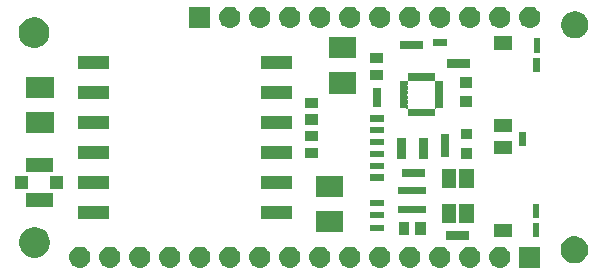
<source format=gbr>
G04 #@! TF.GenerationSoftware,KiCad,Pcbnew,(5.1.4)-1*
G04 #@! TF.CreationDate,2019-11-20T19:39:55+01:00*
G04 #@! TF.ProjectId,Open_Telemetry_digitalSensorShield,4f70656e-5f54-4656-9c65-6d657472795f,P1A_02 - Prototype manuf.*
G04 #@! TF.SameCoordinates,Original*
G04 #@! TF.FileFunction,Soldermask,Top*
G04 #@! TF.FilePolarity,Negative*
%FSLAX46Y46*%
G04 Gerber Fmt 4.6, Leading zero omitted, Abs format (unit mm)*
G04 Created by KiCad (PCBNEW (5.1.4)-1) date 2019-11-20 19:39:55*
%MOMM*%
%LPD*%
G04 APERTURE LIST*
%ADD10C,0.100000*%
G04 APERTURE END LIST*
D10*
G36*
X248395443Y-152648519D02*
G01*
X248461627Y-152655037D01*
X248631466Y-152706557D01*
X248787991Y-152790222D01*
X248790273Y-152792095D01*
X248925186Y-152902814D01*
X249008448Y-153004271D01*
X249037778Y-153040009D01*
X249121443Y-153196534D01*
X249172963Y-153366373D01*
X249190359Y-153543000D01*
X249172963Y-153719627D01*
X249121443Y-153889466D01*
X249037778Y-154045991D01*
X249029186Y-154056460D01*
X248925186Y-154183186D01*
X248823729Y-154266448D01*
X248787991Y-154295778D01*
X248631466Y-154379443D01*
X248461627Y-154430963D01*
X248395443Y-154437481D01*
X248329260Y-154444000D01*
X248240740Y-154444000D01*
X248174557Y-154437481D01*
X248108373Y-154430963D01*
X247938534Y-154379443D01*
X247782009Y-154295778D01*
X247746271Y-154266448D01*
X247644814Y-154183186D01*
X247540814Y-154056460D01*
X247532222Y-154045991D01*
X247448557Y-153889466D01*
X247397037Y-153719627D01*
X247379641Y-153543000D01*
X247397037Y-153366373D01*
X247448557Y-153196534D01*
X247532222Y-153040009D01*
X247561552Y-153004271D01*
X247644814Y-152902814D01*
X247779727Y-152792095D01*
X247782009Y-152790222D01*
X247938534Y-152706557D01*
X248108373Y-152655037D01*
X248174557Y-152648519D01*
X248240740Y-152642000D01*
X248329260Y-152642000D01*
X248395443Y-152648519D01*
X248395443Y-152648519D01*
G37*
G36*
X253475443Y-152648519D02*
G01*
X253541627Y-152655037D01*
X253711466Y-152706557D01*
X253867991Y-152790222D01*
X253870273Y-152792095D01*
X254005186Y-152902814D01*
X254088448Y-153004271D01*
X254117778Y-153040009D01*
X254201443Y-153196534D01*
X254252963Y-153366373D01*
X254270359Y-153543000D01*
X254252963Y-153719627D01*
X254201443Y-153889466D01*
X254117778Y-154045991D01*
X254109186Y-154056460D01*
X254005186Y-154183186D01*
X253903729Y-154266448D01*
X253867991Y-154295778D01*
X253711466Y-154379443D01*
X253541627Y-154430963D01*
X253475443Y-154437481D01*
X253409260Y-154444000D01*
X253320740Y-154444000D01*
X253254557Y-154437481D01*
X253188373Y-154430963D01*
X253018534Y-154379443D01*
X252862009Y-154295778D01*
X252826271Y-154266448D01*
X252724814Y-154183186D01*
X252620814Y-154056460D01*
X252612222Y-154045991D01*
X252528557Y-153889466D01*
X252477037Y-153719627D01*
X252459641Y-153543000D01*
X252477037Y-153366373D01*
X252528557Y-153196534D01*
X252612222Y-153040009D01*
X252641552Y-153004271D01*
X252724814Y-152902814D01*
X252859727Y-152792095D01*
X252862009Y-152790222D01*
X253018534Y-152706557D01*
X253188373Y-152655037D01*
X253254557Y-152648519D01*
X253320740Y-152642000D01*
X253409260Y-152642000D01*
X253475443Y-152648519D01*
X253475443Y-152648519D01*
G37*
G36*
X220455443Y-152648519D02*
G01*
X220521627Y-152655037D01*
X220691466Y-152706557D01*
X220847991Y-152790222D01*
X220850273Y-152792095D01*
X220985186Y-152902814D01*
X221068448Y-153004271D01*
X221097778Y-153040009D01*
X221181443Y-153196534D01*
X221232963Y-153366373D01*
X221250359Y-153543000D01*
X221232963Y-153719627D01*
X221181443Y-153889466D01*
X221097778Y-154045991D01*
X221089186Y-154056460D01*
X220985186Y-154183186D01*
X220883729Y-154266448D01*
X220847991Y-154295778D01*
X220691466Y-154379443D01*
X220521627Y-154430963D01*
X220455443Y-154437481D01*
X220389260Y-154444000D01*
X220300740Y-154444000D01*
X220234557Y-154437481D01*
X220168373Y-154430963D01*
X219998534Y-154379443D01*
X219842009Y-154295778D01*
X219806271Y-154266448D01*
X219704814Y-154183186D01*
X219600814Y-154056460D01*
X219592222Y-154045991D01*
X219508557Y-153889466D01*
X219457037Y-153719627D01*
X219439641Y-153543000D01*
X219457037Y-153366373D01*
X219508557Y-153196534D01*
X219592222Y-153040009D01*
X219621552Y-153004271D01*
X219704814Y-152902814D01*
X219839727Y-152792095D01*
X219842009Y-152790222D01*
X219998534Y-152706557D01*
X220168373Y-152655037D01*
X220234557Y-152648519D01*
X220300740Y-152642000D01*
X220389260Y-152642000D01*
X220455443Y-152648519D01*
X220455443Y-152648519D01*
G37*
G36*
X222995443Y-152648519D02*
G01*
X223061627Y-152655037D01*
X223231466Y-152706557D01*
X223387991Y-152790222D01*
X223390273Y-152792095D01*
X223525186Y-152902814D01*
X223608448Y-153004271D01*
X223637778Y-153040009D01*
X223721443Y-153196534D01*
X223772963Y-153366373D01*
X223790359Y-153543000D01*
X223772963Y-153719627D01*
X223721443Y-153889466D01*
X223637778Y-154045991D01*
X223629186Y-154056460D01*
X223525186Y-154183186D01*
X223423729Y-154266448D01*
X223387991Y-154295778D01*
X223231466Y-154379443D01*
X223061627Y-154430963D01*
X222995443Y-154437481D01*
X222929260Y-154444000D01*
X222840740Y-154444000D01*
X222774557Y-154437481D01*
X222708373Y-154430963D01*
X222538534Y-154379443D01*
X222382009Y-154295778D01*
X222346271Y-154266448D01*
X222244814Y-154183186D01*
X222140814Y-154056460D01*
X222132222Y-154045991D01*
X222048557Y-153889466D01*
X221997037Y-153719627D01*
X221979641Y-153543000D01*
X221997037Y-153366373D01*
X222048557Y-153196534D01*
X222132222Y-153040009D01*
X222161552Y-153004271D01*
X222244814Y-152902814D01*
X222379727Y-152792095D01*
X222382009Y-152790222D01*
X222538534Y-152706557D01*
X222708373Y-152655037D01*
X222774557Y-152648519D01*
X222840740Y-152642000D01*
X222929260Y-152642000D01*
X222995443Y-152648519D01*
X222995443Y-152648519D01*
G37*
G36*
X225535443Y-152648519D02*
G01*
X225601627Y-152655037D01*
X225771466Y-152706557D01*
X225927991Y-152790222D01*
X225930273Y-152792095D01*
X226065186Y-152902814D01*
X226148448Y-153004271D01*
X226177778Y-153040009D01*
X226261443Y-153196534D01*
X226312963Y-153366373D01*
X226330359Y-153543000D01*
X226312963Y-153719627D01*
X226261443Y-153889466D01*
X226177778Y-154045991D01*
X226169186Y-154056460D01*
X226065186Y-154183186D01*
X225963729Y-154266448D01*
X225927991Y-154295778D01*
X225771466Y-154379443D01*
X225601627Y-154430963D01*
X225535443Y-154437481D01*
X225469260Y-154444000D01*
X225380740Y-154444000D01*
X225314557Y-154437481D01*
X225248373Y-154430963D01*
X225078534Y-154379443D01*
X224922009Y-154295778D01*
X224886271Y-154266448D01*
X224784814Y-154183186D01*
X224680814Y-154056460D01*
X224672222Y-154045991D01*
X224588557Y-153889466D01*
X224537037Y-153719627D01*
X224519641Y-153543000D01*
X224537037Y-153366373D01*
X224588557Y-153196534D01*
X224672222Y-153040009D01*
X224701552Y-153004271D01*
X224784814Y-152902814D01*
X224919727Y-152792095D01*
X224922009Y-152790222D01*
X225078534Y-152706557D01*
X225248373Y-152655037D01*
X225314557Y-152648519D01*
X225380740Y-152642000D01*
X225469260Y-152642000D01*
X225535443Y-152648519D01*
X225535443Y-152648519D01*
G37*
G36*
X228075443Y-152648519D02*
G01*
X228141627Y-152655037D01*
X228311466Y-152706557D01*
X228467991Y-152790222D01*
X228470273Y-152792095D01*
X228605186Y-152902814D01*
X228688448Y-153004271D01*
X228717778Y-153040009D01*
X228801443Y-153196534D01*
X228852963Y-153366373D01*
X228870359Y-153543000D01*
X228852963Y-153719627D01*
X228801443Y-153889466D01*
X228717778Y-154045991D01*
X228709186Y-154056460D01*
X228605186Y-154183186D01*
X228503729Y-154266448D01*
X228467991Y-154295778D01*
X228311466Y-154379443D01*
X228141627Y-154430963D01*
X228075443Y-154437481D01*
X228009260Y-154444000D01*
X227920740Y-154444000D01*
X227854557Y-154437481D01*
X227788373Y-154430963D01*
X227618534Y-154379443D01*
X227462009Y-154295778D01*
X227426271Y-154266448D01*
X227324814Y-154183186D01*
X227220814Y-154056460D01*
X227212222Y-154045991D01*
X227128557Y-153889466D01*
X227077037Y-153719627D01*
X227059641Y-153543000D01*
X227077037Y-153366373D01*
X227128557Y-153196534D01*
X227212222Y-153040009D01*
X227241552Y-153004271D01*
X227324814Y-152902814D01*
X227459727Y-152792095D01*
X227462009Y-152790222D01*
X227618534Y-152706557D01*
X227788373Y-152655037D01*
X227854557Y-152648519D01*
X227920740Y-152642000D01*
X228009260Y-152642000D01*
X228075443Y-152648519D01*
X228075443Y-152648519D01*
G37*
G36*
X230615443Y-152648519D02*
G01*
X230681627Y-152655037D01*
X230851466Y-152706557D01*
X231007991Y-152790222D01*
X231010273Y-152792095D01*
X231145186Y-152902814D01*
X231228448Y-153004271D01*
X231257778Y-153040009D01*
X231341443Y-153196534D01*
X231392963Y-153366373D01*
X231410359Y-153543000D01*
X231392963Y-153719627D01*
X231341443Y-153889466D01*
X231257778Y-154045991D01*
X231249186Y-154056460D01*
X231145186Y-154183186D01*
X231043729Y-154266448D01*
X231007991Y-154295778D01*
X230851466Y-154379443D01*
X230681627Y-154430963D01*
X230615443Y-154437481D01*
X230549260Y-154444000D01*
X230460740Y-154444000D01*
X230394557Y-154437481D01*
X230328373Y-154430963D01*
X230158534Y-154379443D01*
X230002009Y-154295778D01*
X229966271Y-154266448D01*
X229864814Y-154183186D01*
X229760814Y-154056460D01*
X229752222Y-154045991D01*
X229668557Y-153889466D01*
X229617037Y-153719627D01*
X229599641Y-153543000D01*
X229617037Y-153366373D01*
X229668557Y-153196534D01*
X229752222Y-153040009D01*
X229781552Y-153004271D01*
X229864814Y-152902814D01*
X229999727Y-152792095D01*
X230002009Y-152790222D01*
X230158534Y-152706557D01*
X230328373Y-152655037D01*
X230394557Y-152648519D01*
X230460740Y-152642000D01*
X230549260Y-152642000D01*
X230615443Y-152648519D01*
X230615443Y-152648519D01*
G37*
G36*
X250935443Y-152648519D02*
G01*
X251001627Y-152655037D01*
X251171466Y-152706557D01*
X251327991Y-152790222D01*
X251330273Y-152792095D01*
X251465186Y-152902814D01*
X251548448Y-153004271D01*
X251577778Y-153040009D01*
X251661443Y-153196534D01*
X251712963Y-153366373D01*
X251730359Y-153543000D01*
X251712963Y-153719627D01*
X251661443Y-153889466D01*
X251577778Y-154045991D01*
X251569186Y-154056460D01*
X251465186Y-154183186D01*
X251363729Y-154266448D01*
X251327991Y-154295778D01*
X251171466Y-154379443D01*
X251001627Y-154430963D01*
X250935443Y-154437481D01*
X250869260Y-154444000D01*
X250780740Y-154444000D01*
X250714557Y-154437481D01*
X250648373Y-154430963D01*
X250478534Y-154379443D01*
X250322009Y-154295778D01*
X250286271Y-154266448D01*
X250184814Y-154183186D01*
X250080814Y-154056460D01*
X250072222Y-154045991D01*
X249988557Y-153889466D01*
X249937037Y-153719627D01*
X249919641Y-153543000D01*
X249937037Y-153366373D01*
X249988557Y-153196534D01*
X250072222Y-153040009D01*
X250101552Y-153004271D01*
X250184814Y-152902814D01*
X250319727Y-152792095D01*
X250322009Y-152790222D01*
X250478534Y-152706557D01*
X250648373Y-152655037D01*
X250714557Y-152648519D01*
X250780740Y-152642000D01*
X250869260Y-152642000D01*
X250935443Y-152648519D01*
X250935443Y-152648519D01*
G37*
G36*
X243315443Y-152648519D02*
G01*
X243381627Y-152655037D01*
X243551466Y-152706557D01*
X243707991Y-152790222D01*
X243710273Y-152792095D01*
X243845186Y-152902814D01*
X243928448Y-153004271D01*
X243957778Y-153040009D01*
X244041443Y-153196534D01*
X244092963Y-153366373D01*
X244110359Y-153543000D01*
X244092963Y-153719627D01*
X244041443Y-153889466D01*
X243957778Y-154045991D01*
X243949186Y-154056460D01*
X243845186Y-154183186D01*
X243743729Y-154266448D01*
X243707991Y-154295778D01*
X243551466Y-154379443D01*
X243381627Y-154430963D01*
X243315443Y-154437481D01*
X243249260Y-154444000D01*
X243160740Y-154444000D01*
X243094557Y-154437481D01*
X243028373Y-154430963D01*
X242858534Y-154379443D01*
X242702009Y-154295778D01*
X242666271Y-154266448D01*
X242564814Y-154183186D01*
X242460814Y-154056460D01*
X242452222Y-154045991D01*
X242368557Y-153889466D01*
X242317037Y-153719627D01*
X242299641Y-153543000D01*
X242317037Y-153366373D01*
X242368557Y-153196534D01*
X242452222Y-153040009D01*
X242481552Y-153004271D01*
X242564814Y-152902814D01*
X242699727Y-152792095D01*
X242702009Y-152790222D01*
X242858534Y-152706557D01*
X243028373Y-152655037D01*
X243094557Y-152648519D01*
X243160740Y-152642000D01*
X243249260Y-152642000D01*
X243315443Y-152648519D01*
X243315443Y-152648519D01*
G37*
G36*
X259346000Y-154444000D02*
G01*
X257544000Y-154444000D01*
X257544000Y-152642000D01*
X259346000Y-152642000D01*
X259346000Y-154444000D01*
X259346000Y-154444000D01*
G37*
G36*
X256015443Y-152648519D02*
G01*
X256081627Y-152655037D01*
X256251466Y-152706557D01*
X256407991Y-152790222D01*
X256410273Y-152792095D01*
X256545186Y-152902814D01*
X256628448Y-153004271D01*
X256657778Y-153040009D01*
X256741443Y-153196534D01*
X256792963Y-153366373D01*
X256810359Y-153543000D01*
X256792963Y-153719627D01*
X256741443Y-153889466D01*
X256657778Y-154045991D01*
X256649186Y-154056460D01*
X256545186Y-154183186D01*
X256443729Y-154266448D01*
X256407991Y-154295778D01*
X256251466Y-154379443D01*
X256081627Y-154430963D01*
X256015443Y-154437481D01*
X255949260Y-154444000D01*
X255860740Y-154444000D01*
X255794557Y-154437481D01*
X255728373Y-154430963D01*
X255558534Y-154379443D01*
X255402009Y-154295778D01*
X255366271Y-154266448D01*
X255264814Y-154183186D01*
X255160814Y-154056460D01*
X255152222Y-154045991D01*
X255068557Y-153889466D01*
X255017037Y-153719627D01*
X254999641Y-153543000D01*
X255017037Y-153366373D01*
X255068557Y-153196534D01*
X255152222Y-153040009D01*
X255181552Y-153004271D01*
X255264814Y-152902814D01*
X255399727Y-152792095D01*
X255402009Y-152790222D01*
X255558534Y-152706557D01*
X255728373Y-152655037D01*
X255794557Y-152648519D01*
X255860740Y-152642000D01*
X255949260Y-152642000D01*
X256015443Y-152648519D01*
X256015443Y-152648519D01*
G37*
G36*
X245855443Y-152648519D02*
G01*
X245921627Y-152655037D01*
X246091466Y-152706557D01*
X246247991Y-152790222D01*
X246250273Y-152792095D01*
X246385186Y-152902814D01*
X246468448Y-153004271D01*
X246497778Y-153040009D01*
X246581443Y-153196534D01*
X246632963Y-153366373D01*
X246650359Y-153543000D01*
X246632963Y-153719627D01*
X246581443Y-153889466D01*
X246497778Y-154045991D01*
X246489186Y-154056460D01*
X246385186Y-154183186D01*
X246283729Y-154266448D01*
X246247991Y-154295778D01*
X246091466Y-154379443D01*
X245921627Y-154430963D01*
X245855443Y-154437481D01*
X245789260Y-154444000D01*
X245700740Y-154444000D01*
X245634557Y-154437481D01*
X245568373Y-154430963D01*
X245398534Y-154379443D01*
X245242009Y-154295778D01*
X245206271Y-154266448D01*
X245104814Y-154183186D01*
X245000814Y-154056460D01*
X244992222Y-154045991D01*
X244908557Y-153889466D01*
X244857037Y-153719627D01*
X244839641Y-153543000D01*
X244857037Y-153366373D01*
X244908557Y-153196534D01*
X244992222Y-153040009D01*
X245021552Y-153004271D01*
X245104814Y-152902814D01*
X245239727Y-152792095D01*
X245242009Y-152790222D01*
X245398534Y-152706557D01*
X245568373Y-152655037D01*
X245634557Y-152648519D01*
X245700740Y-152642000D01*
X245789260Y-152642000D01*
X245855443Y-152648519D01*
X245855443Y-152648519D01*
G37*
G36*
X240775443Y-152648519D02*
G01*
X240841627Y-152655037D01*
X241011466Y-152706557D01*
X241167991Y-152790222D01*
X241170273Y-152792095D01*
X241305186Y-152902814D01*
X241388448Y-153004271D01*
X241417778Y-153040009D01*
X241501443Y-153196534D01*
X241552963Y-153366373D01*
X241570359Y-153543000D01*
X241552963Y-153719627D01*
X241501443Y-153889466D01*
X241417778Y-154045991D01*
X241409186Y-154056460D01*
X241305186Y-154183186D01*
X241203729Y-154266448D01*
X241167991Y-154295778D01*
X241011466Y-154379443D01*
X240841627Y-154430963D01*
X240775443Y-154437481D01*
X240709260Y-154444000D01*
X240620740Y-154444000D01*
X240554557Y-154437481D01*
X240488373Y-154430963D01*
X240318534Y-154379443D01*
X240162009Y-154295778D01*
X240126271Y-154266448D01*
X240024814Y-154183186D01*
X239920814Y-154056460D01*
X239912222Y-154045991D01*
X239828557Y-153889466D01*
X239777037Y-153719627D01*
X239759641Y-153543000D01*
X239777037Y-153366373D01*
X239828557Y-153196534D01*
X239912222Y-153040009D01*
X239941552Y-153004271D01*
X240024814Y-152902814D01*
X240159727Y-152792095D01*
X240162009Y-152790222D01*
X240318534Y-152706557D01*
X240488373Y-152655037D01*
X240554557Y-152648519D01*
X240620740Y-152642000D01*
X240709260Y-152642000D01*
X240775443Y-152648519D01*
X240775443Y-152648519D01*
G37*
G36*
X235695443Y-152648519D02*
G01*
X235761627Y-152655037D01*
X235931466Y-152706557D01*
X236087991Y-152790222D01*
X236090273Y-152792095D01*
X236225186Y-152902814D01*
X236308448Y-153004271D01*
X236337778Y-153040009D01*
X236421443Y-153196534D01*
X236472963Y-153366373D01*
X236490359Y-153543000D01*
X236472963Y-153719627D01*
X236421443Y-153889466D01*
X236337778Y-154045991D01*
X236329186Y-154056460D01*
X236225186Y-154183186D01*
X236123729Y-154266448D01*
X236087991Y-154295778D01*
X235931466Y-154379443D01*
X235761627Y-154430963D01*
X235695443Y-154437481D01*
X235629260Y-154444000D01*
X235540740Y-154444000D01*
X235474557Y-154437481D01*
X235408373Y-154430963D01*
X235238534Y-154379443D01*
X235082009Y-154295778D01*
X235046271Y-154266448D01*
X234944814Y-154183186D01*
X234840814Y-154056460D01*
X234832222Y-154045991D01*
X234748557Y-153889466D01*
X234697037Y-153719627D01*
X234679641Y-153543000D01*
X234697037Y-153366373D01*
X234748557Y-153196534D01*
X234832222Y-153040009D01*
X234861552Y-153004271D01*
X234944814Y-152902814D01*
X235079727Y-152792095D01*
X235082009Y-152790222D01*
X235238534Y-152706557D01*
X235408373Y-152655037D01*
X235474557Y-152648519D01*
X235540740Y-152642000D01*
X235629260Y-152642000D01*
X235695443Y-152648519D01*
X235695443Y-152648519D01*
G37*
G36*
X233155443Y-152648519D02*
G01*
X233221627Y-152655037D01*
X233391466Y-152706557D01*
X233547991Y-152790222D01*
X233550273Y-152792095D01*
X233685186Y-152902814D01*
X233768448Y-153004271D01*
X233797778Y-153040009D01*
X233881443Y-153196534D01*
X233932963Y-153366373D01*
X233950359Y-153543000D01*
X233932963Y-153719627D01*
X233881443Y-153889466D01*
X233797778Y-154045991D01*
X233789186Y-154056460D01*
X233685186Y-154183186D01*
X233583729Y-154266448D01*
X233547991Y-154295778D01*
X233391466Y-154379443D01*
X233221627Y-154430963D01*
X233155443Y-154437481D01*
X233089260Y-154444000D01*
X233000740Y-154444000D01*
X232934557Y-154437481D01*
X232868373Y-154430963D01*
X232698534Y-154379443D01*
X232542009Y-154295778D01*
X232506271Y-154266448D01*
X232404814Y-154183186D01*
X232300814Y-154056460D01*
X232292222Y-154045991D01*
X232208557Y-153889466D01*
X232157037Y-153719627D01*
X232139641Y-153543000D01*
X232157037Y-153366373D01*
X232208557Y-153196534D01*
X232292222Y-153040009D01*
X232321552Y-153004271D01*
X232404814Y-152902814D01*
X232539727Y-152792095D01*
X232542009Y-152790222D01*
X232698534Y-152706557D01*
X232868373Y-152655037D01*
X232934557Y-152648519D01*
X233000740Y-152642000D01*
X233089260Y-152642000D01*
X233155443Y-152648519D01*
X233155443Y-152648519D01*
G37*
G36*
X238235443Y-152648519D02*
G01*
X238301627Y-152655037D01*
X238471466Y-152706557D01*
X238627991Y-152790222D01*
X238630273Y-152792095D01*
X238765186Y-152902814D01*
X238848448Y-153004271D01*
X238877778Y-153040009D01*
X238961443Y-153196534D01*
X239012963Y-153366373D01*
X239030359Y-153543000D01*
X239012963Y-153719627D01*
X238961443Y-153889466D01*
X238877778Y-154045991D01*
X238869186Y-154056460D01*
X238765186Y-154183186D01*
X238663729Y-154266448D01*
X238627991Y-154295778D01*
X238471466Y-154379443D01*
X238301627Y-154430963D01*
X238235443Y-154437481D01*
X238169260Y-154444000D01*
X238080740Y-154444000D01*
X238014557Y-154437481D01*
X237948373Y-154430963D01*
X237778534Y-154379443D01*
X237622009Y-154295778D01*
X237586271Y-154266448D01*
X237484814Y-154183186D01*
X237380814Y-154056460D01*
X237372222Y-154045991D01*
X237288557Y-153889466D01*
X237237037Y-153719627D01*
X237219641Y-153543000D01*
X237237037Y-153366373D01*
X237288557Y-153196534D01*
X237372222Y-153040009D01*
X237401552Y-153004271D01*
X237484814Y-152902814D01*
X237619727Y-152792095D01*
X237622009Y-152790222D01*
X237778534Y-152706557D01*
X237948373Y-152655037D01*
X238014557Y-152648519D01*
X238080740Y-152642000D01*
X238169260Y-152642000D01*
X238235443Y-152648519D01*
X238235443Y-152648519D01*
G37*
G36*
X262459229Y-151776576D02*
G01*
X262570414Y-151798692D01*
X262779883Y-151885457D01*
X262968400Y-152011420D01*
X263128720Y-152171740D01*
X263254683Y-152360257D01*
X263254684Y-152360259D01*
X263341448Y-152569727D01*
X263368666Y-152706558D01*
X263385680Y-152792096D01*
X263385680Y-153018824D01*
X263341448Y-153241194D01*
X263254683Y-153450663D01*
X263128720Y-153639180D01*
X262968400Y-153799500D01*
X262779883Y-153925463D01*
X262570414Y-154012228D01*
X262459229Y-154034344D01*
X262348045Y-154056460D01*
X262121315Y-154056460D01*
X262010131Y-154034344D01*
X261898946Y-154012228D01*
X261689477Y-153925463D01*
X261500960Y-153799500D01*
X261340640Y-153639180D01*
X261214677Y-153450663D01*
X261127912Y-153241194D01*
X261083680Y-153018824D01*
X261083680Y-152792096D01*
X261100695Y-152706558D01*
X261127912Y-152569727D01*
X261214676Y-152360259D01*
X261214677Y-152360257D01*
X261340640Y-152171740D01*
X261500960Y-152011420D01*
X261689477Y-151885457D01*
X261898946Y-151798692D01*
X262010131Y-151776576D01*
X262121315Y-151754460D01*
X262348045Y-151754460D01*
X262459229Y-151776576D01*
X262459229Y-151776576D01*
G37*
G36*
X216914487Y-151029616D02*
G01*
X217151253Y-151127688D01*
X217151255Y-151127689D01*
X217226311Y-151177840D01*
X217364339Y-151270067D01*
X217545553Y-151451281D01*
X217687932Y-151664367D01*
X217786004Y-151901133D01*
X217836000Y-152152481D01*
X217836000Y-152408759D01*
X217786004Y-152660107D01*
X217731332Y-152792096D01*
X217687931Y-152896875D01*
X217545553Y-153109959D01*
X217364339Y-153291173D01*
X217151255Y-153433551D01*
X217151254Y-153433552D01*
X217151253Y-153433552D01*
X216914487Y-153531624D01*
X216663139Y-153581620D01*
X216406861Y-153581620D01*
X216155513Y-153531624D01*
X215918747Y-153433552D01*
X215918746Y-153433552D01*
X215918745Y-153433551D01*
X215705661Y-153291173D01*
X215524447Y-153109959D01*
X215382069Y-152896875D01*
X215338668Y-152792096D01*
X215283996Y-152660107D01*
X215234000Y-152408759D01*
X215234000Y-152152481D01*
X215283996Y-151901133D01*
X215382068Y-151664367D01*
X215524447Y-151451281D01*
X215705661Y-151270067D01*
X215843689Y-151177840D01*
X215918745Y-151127689D01*
X215918747Y-151127688D01*
X216155513Y-151029616D01*
X216406861Y-150979620D01*
X216663139Y-150979620D01*
X216914487Y-151029616D01*
X216914487Y-151029616D01*
G37*
G36*
X253296000Y-152051000D02*
G01*
X251344000Y-152051000D01*
X251344000Y-151349000D01*
X253296000Y-151349000D01*
X253296000Y-152051000D01*
X253296000Y-152051000D01*
G37*
G36*
X259267340Y-151857840D02*
G01*
X258745340Y-151857840D01*
X258745340Y-150635840D01*
X259267340Y-150635840D01*
X259267340Y-151857840D01*
X259267340Y-151857840D01*
G37*
G36*
X256965880Y-151820580D02*
G01*
X255463880Y-151820580D01*
X255463880Y-150718580D01*
X256965880Y-150718580D01*
X256965880Y-151820580D01*
X256965880Y-151820580D01*
G37*
G36*
X248231000Y-151641000D02*
G01*
X247349000Y-151641000D01*
X247349000Y-150559000D01*
X248231000Y-150559000D01*
X248231000Y-151641000D01*
X248231000Y-151641000D01*
G37*
G36*
X249631000Y-151641000D02*
G01*
X248749000Y-151641000D01*
X248749000Y-150559000D01*
X249631000Y-150559000D01*
X249631000Y-151641000D01*
X249631000Y-151641000D01*
G37*
G36*
X242676000Y-151431000D02*
G01*
X240324000Y-151431000D01*
X240324000Y-149629000D01*
X242676000Y-149629000D01*
X242676000Y-151431000D01*
X242676000Y-151431000D01*
G37*
G36*
X246111000Y-151311000D02*
G01*
X244889000Y-151311000D01*
X244889000Y-150789000D01*
X246111000Y-150789000D01*
X246111000Y-151311000D01*
X246111000Y-151311000D01*
G37*
G36*
X253691000Y-150681000D02*
G01*
X252489000Y-150681000D01*
X252489000Y-149079000D01*
X253691000Y-149079000D01*
X253691000Y-150681000D01*
X253691000Y-150681000D01*
G37*
G36*
X252191000Y-150681000D02*
G01*
X250989000Y-150681000D01*
X250989000Y-149079000D01*
X252191000Y-149079000D01*
X252191000Y-150681000D01*
X252191000Y-150681000D01*
G37*
G36*
X222840000Y-150309000D02*
G01*
X220238000Y-150309000D01*
X220238000Y-149207000D01*
X222840000Y-149207000D01*
X222840000Y-150309000D01*
X222840000Y-150309000D01*
G37*
G36*
X238340000Y-150309000D02*
G01*
X235738000Y-150309000D01*
X235738000Y-149207000D01*
X238340000Y-149207000D01*
X238340000Y-150309000D01*
X238340000Y-150309000D01*
G37*
G36*
X246111000Y-150261000D02*
G01*
X244889000Y-150261000D01*
X244889000Y-149739000D01*
X246111000Y-149739000D01*
X246111000Y-150261000D01*
X246111000Y-150261000D01*
G37*
G36*
X259274960Y-150250020D02*
G01*
X258752960Y-150250020D01*
X258752960Y-149028020D01*
X259274960Y-149028020D01*
X259274960Y-150250020D01*
X259274960Y-150250020D01*
G37*
G36*
X249701000Y-149801000D02*
G01*
X247299000Y-149801000D01*
X247299000Y-149199000D01*
X249701000Y-149199000D01*
X249701000Y-149801000D01*
X249701000Y-149801000D01*
G37*
G36*
X218067000Y-149269000D02*
G01*
X215765000Y-149269000D01*
X215765000Y-148117000D01*
X218067000Y-148117000D01*
X218067000Y-149269000D01*
X218067000Y-149269000D01*
G37*
G36*
X246111000Y-149211000D02*
G01*
X244889000Y-149211000D01*
X244889000Y-148689000D01*
X246111000Y-148689000D01*
X246111000Y-149211000D01*
X246111000Y-149211000D01*
G37*
G36*
X242676000Y-148431000D02*
G01*
X240324000Y-148431000D01*
X240324000Y-146629000D01*
X242676000Y-146629000D01*
X242676000Y-148431000D01*
X242676000Y-148431000D01*
G37*
G36*
X249701000Y-148201000D02*
G01*
X247299000Y-148201000D01*
X247299000Y-147599000D01*
X249701000Y-147599000D01*
X249701000Y-148201000D01*
X249701000Y-148201000D01*
G37*
G36*
X215967000Y-147769000D02*
G01*
X214865000Y-147769000D01*
X214865000Y-146667000D01*
X215967000Y-146667000D01*
X215967000Y-147769000D01*
X215967000Y-147769000D01*
G37*
G36*
X238340000Y-147769000D02*
G01*
X235738000Y-147769000D01*
X235738000Y-146667000D01*
X238340000Y-146667000D01*
X238340000Y-147769000D01*
X238340000Y-147769000D01*
G37*
G36*
X222840000Y-147769000D02*
G01*
X220238000Y-147769000D01*
X220238000Y-146667000D01*
X222840000Y-146667000D01*
X222840000Y-147769000D01*
X222840000Y-147769000D01*
G37*
G36*
X218967000Y-147769000D02*
G01*
X217865000Y-147769000D01*
X217865000Y-146667000D01*
X218967000Y-146667000D01*
X218967000Y-147769000D01*
X218967000Y-147769000D01*
G37*
G36*
X252191000Y-147681000D02*
G01*
X250989000Y-147681000D01*
X250989000Y-146079000D01*
X252191000Y-146079000D01*
X252191000Y-147681000D01*
X252191000Y-147681000D01*
G37*
G36*
X253691000Y-147681000D02*
G01*
X252489000Y-147681000D01*
X252489000Y-146079000D01*
X253691000Y-146079000D01*
X253691000Y-147681000D01*
X253691000Y-147681000D01*
G37*
G36*
X246111000Y-147061000D02*
G01*
X244889000Y-147061000D01*
X244889000Y-146539000D01*
X246111000Y-146539000D01*
X246111000Y-147061000D01*
X246111000Y-147061000D01*
G37*
G36*
X249573420Y-146741360D02*
G01*
X247621420Y-146741360D01*
X247621420Y-146039360D01*
X249573420Y-146039360D01*
X249573420Y-146741360D01*
X249573420Y-146741360D01*
G37*
G36*
X218067000Y-146319000D02*
G01*
X215765000Y-146319000D01*
X215765000Y-145167000D01*
X218067000Y-145167000D01*
X218067000Y-146319000D01*
X218067000Y-146319000D01*
G37*
G36*
X246111000Y-146061000D02*
G01*
X244889000Y-146061000D01*
X244889000Y-145539000D01*
X246111000Y-145539000D01*
X246111000Y-146061000D01*
X246111000Y-146061000D01*
G37*
G36*
X249856000Y-145261000D02*
G01*
X249104000Y-145261000D01*
X249104000Y-143459000D01*
X249856000Y-143459000D01*
X249856000Y-145261000D01*
X249856000Y-145261000D01*
G37*
G36*
X247956000Y-145261000D02*
G01*
X247204000Y-145261000D01*
X247204000Y-143459000D01*
X247956000Y-143459000D01*
X247956000Y-145261000D01*
X247956000Y-145261000D01*
G37*
G36*
X222840000Y-145229000D02*
G01*
X220238000Y-145229000D01*
X220238000Y-144127000D01*
X222840000Y-144127000D01*
X222840000Y-145229000D01*
X222840000Y-145229000D01*
G37*
G36*
X238340000Y-145229000D02*
G01*
X235738000Y-145229000D01*
X235738000Y-144127000D01*
X238340000Y-144127000D01*
X238340000Y-145229000D01*
X238340000Y-145229000D01*
G37*
G36*
X253537000Y-145218000D02*
G01*
X252635000Y-145218000D01*
X252635000Y-144316000D01*
X253537000Y-144316000D01*
X253537000Y-145218000D01*
X253537000Y-145218000D01*
G37*
G36*
X240541000Y-145141000D02*
G01*
X239459000Y-145141000D01*
X239459000Y-144259000D01*
X240541000Y-144259000D01*
X240541000Y-145141000D01*
X240541000Y-145141000D01*
G37*
G36*
X251601000Y-145076000D02*
G01*
X250899000Y-145076000D01*
X250899000Y-143124000D01*
X251601000Y-143124000D01*
X251601000Y-145076000D01*
X251601000Y-145076000D01*
G37*
G36*
X246111000Y-145061000D02*
G01*
X244889000Y-145061000D01*
X244889000Y-144539000D01*
X246111000Y-144539000D01*
X246111000Y-145061000D01*
X246111000Y-145061000D01*
G37*
G36*
X256965880Y-144820580D02*
G01*
X255463880Y-144820580D01*
X255463880Y-143718580D01*
X256965880Y-143718580D01*
X256965880Y-144820580D01*
X256965880Y-144820580D01*
G37*
G36*
X258101000Y-144141000D02*
G01*
X257579000Y-144141000D01*
X257579000Y-142919000D01*
X258101000Y-142919000D01*
X258101000Y-144141000D01*
X258101000Y-144141000D01*
G37*
G36*
X246111000Y-144061000D02*
G01*
X244889000Y-144061000D01*
X244889000Y-143539000D01*
X246111000Y-143539000D01*
X246111000Y-144061000D01*
X246111000Y-144061000D01*
G37*
G36*
X240541000Y-143741000D02*
G01*
X239459000Y-143741000D01*
X239459000Y-142859000D01*
X240541000Y-142859000D01*
X240541000Y-143741000D01*
X240541000Y-143741000D01*
G37*
G36*
X253537000Y-143568000D02*
G01*
X252635000Y-143568000D01*
X252635000Y-142666000D01*
X253537000Y-142666000D01*
X253537000Y-143568000D01*
X253537000Y-143568000D01*
G37*
G36*
X218143000Y-143066000D02*
G01*
X215791000Y-143066000D01*
X215791000Y-141264000D01*
X218143000Y-141264000D01*
X218143000Y-143066000D01*
X218143000Y-143066000D01*
G37*
G36*
X246111000Y-143061000D02*
G01*
X244889000Y-143061000D01*
X244889000Y-142539000D01*
X246111000Y-142539000D01*
X246111000Y-143061000D01*
X246111000Y-143061000D01*
G37*
G36*
X256965880Y-142958520D02*
G01*
X255463880Y-142958520D01*
X255463880Y-141856520D01*
X256965880Y-141856520D01*
X256965880Y-142958520D01*
X256965880Y-142958520D01*
G37*
G36*
X238340000Y-142689000D02*
G01*
X235738000Y-142689000D01*
X235738000Y-141587000D01*
X238340000Y-141587000D01*
X238340000Y-142689000D01*
X238340000Y-142689000D01*
G37*
G36*
X222840000Y-142689000D02*
G01*
X220238000Y-142689000D01*
X220238000Y-141587000D01*
X222840000Y-141587000D01*
X222840000Y-142689000D01*
X222840000Y-142689000D01*
G37*
G36*
X240541000Y-142341000D02*
G01*
X239459000Y-142341000D01*
X239459000Y-141459000D01*
X240541000Y-141459000D01*
X240541000Y-142341000D01*
X240541000Y-142341000D01*
G37*
G36*
X246111000Y-142061000D02*
G01*
X244889000Y-142061000D01*
X244889000Y-141539000D01*
X246111000Y-141539000D01*
X246111000Y-142061000D01*
X246111000Y-142061000D01*
G37*
G36*
X248416416Y-137976843D02*
G01*
X248420556Y-137978099D01*
X248439716Y-137986035D01*
X248463750Y-137990815D01*
X248488254Y-137990815D01*
X248512287Y-137986034D01*
X248531445Y-137978099D01*
X248535584Y-137976843D01*
X248544143Y-137976000D01*
X248807857Y-137976000D01*
X248816416Y-137976843D01*
X248820556Y-137978099D01*
X248839716Y-137986035D01*
X248863750Y-137990815D01*
X248888254Y-137990815D01*
X248912287Y-137986034D01*
X248931445Y-137978099D01*
X248935584Y-137976843D01*
X248944143Y-137976000D01*
X249207857Y-137976000D01*
X249216416Y-137976843D01*
X249220556Y-137978099D01*
X249239716Y-137986035D01*
X249263750Y-137990815D01*
X249288254Y-137990815D01*
X249312287Y-137986034D01*
X249331445Y-137978099D01*
X249335584Y-137976843D01*
X249344143Y-137976000D01*
X249607857Y-137976000D01*
X249616416Y-137976843D01*
X249620556Y-137978099D01*
X249639716Y-137986035D01*
X249663750Y-137990815D01*
X249688254Y-137990815D01*
X249712287Y-137986034D01*
X249731445Y-137978099D01*
X249735584Y-137976843D01*
X249744143Y-137976000D01*
X250007857Y-137976000D01*
X250016416Y-137976843D01*
X250020556Y-137978099D01*
X250039716Y-137986035D01*
X250063750Y-137990815D01*
X250088254Y-137990815D01*
X250112287Y-137986034D01*
X250131445Y-137978099D01*
X250135584Y-137976843D01*
X250144143Y-137976000D01*
X250407857Y-137976000D01*
X250416416Y-137976843D01*
X250418745Y-137977550D01*
X250420887Y-137978695D01*
X250422765Y-137980235D01*
X250424305Y-137982113D01*
X250425450Y-137984255D01*
X250426157Y-137986584D01*
X250427000Y-137995143D01*
X250427000Y-138526001D01*
X250429402Y-138550387D01*
X250436515Y-138573836D01*
X250448066Y-138595447D01*
X250463611Y-138614389D01*
X250482553Y-138629934D01*
X250504164Y-138641485D01*
X250527613Y-138648598D01*
X250551999Y-138651000D01*
X251082857Y-138651000D01*
X251091416Y-138651843D01*
X251093745Y-138652550D01*
X251095887Y-138653695D01*
X251097765Y-138655235D01*
X251099305Y-138657113D01*
X251100450Y-138659255D01*
X251101157Y-138661584D01*
X251102000Y-138670143D01*
X251102000Y-138933857D01*
X251101157Y-138942416D01*
X251099901Y-138946556D01*
X251091965Y-138965716D01*
X251087185Y-138989750D01*
X251087185Y-139014254D01*
X251091966Y-139038287D01*
X251099901Y-139057445D01*
X251101157Y-139061584D01*
X251102000Y-139070143D01*
X251102000Y-139333857D01*
X251101157Y-139342416D01*
X251099901Y-139346556D01*
X251091965Y-139365716D01*
X251087185Y-139389750D01*
X251087185Y-139414254D01*
X251091966Y-139438287D01*
X251099901Y-139457445D01*
X251101157Y-139461584D01*
X251102000Y-139470143D01*
X251102000Y-139733857D01*
X251101157Y-139742416D01*
X251099901Y-139746556D01*
X251091965Y-139765716D01*
X251087185Y-139789750D01*
X251087185Y-139814254D01*
X251091966Y-139838287D01*
X251099901Y-139857445D01*
X251101157Y-139861584D01*
X251102000Y-139870143D01*
X251102000Y-140133857D01*
X251101157Y-140142416D01*
X251099901Y-140146556D01*
X251091965Y-140165716D01*
X251087185Y-140189750D01*
X251087185Y-140214254D01*
X251091966Y-140238287D01*
X251099901Y-140257445D01*
X251101157Y-140261584D01*
X251102000Y-140270143D01*
X251102000Y-140533857D01*
X251101157Y-140542416D01*
X251099901Y-140546556D01*
X251091965Y-140565716D01*
X251087185Y-140589750D01*
X251087185Y-140614254D01*
X251091966Y-140638287D01*
X251099901Y-140657445D01*
X251101157Y-140661584D01*
X251102000Y-140670143D01*
X251102000Y-140933857D01*
X251101157Y-140942416D01*
X251100450Y-140944745D01*
X251099305Y-140946887D01*
X251097765Y-140948765D01*
X251095887Y-140950305D01*
X251093745Y-140951450D01*
X251091416Y-140952157D01*
X251082857Y-140953000D01*
X250551999Y-140953000D01*
X250527613Y-140955402D01*
X250504164Y-140962515D01*
X250482553Y-140974066D01*
X250463611Y-140989611D01*
X250448066Y-141008553D01*
X250436515Y-141030164D01*
X250429402Y-141053613D01*
X250427000Y-141077999D01*
X250427000Y-141608857D01*
X250426157Y-141617416D01*
X250425450Y-141619745D01*
X250424305Y-141621887D01*
X250422765Y-141623765D01*
X250420887Y-141625305D01*
X250418745Y-141626450D01*
X250416416Y-141627157D01*
X250407857Y-141628000D01*
X250144143Y-141628000D01*
X250135584Y-141627157D01*
X250131444Y-141625901D01*
X250112284Y-141617965D01*
X250088250Y-141613185D01*
X250063746Y-141613185D01*
X250039713Y-141617966D01*
X250020555Y-141625901D01*
X250016416Y-141627157D01*
X250007857Y-141628000D01*
X249744143Y-141628000D01*
X249735584Y-141627157D01*
X249731444Y-141625901D01*
X249712284Y-141617965D01*
X249688250Y-141613185D01*
X249663746Y-141613185D01*
X249639713Y-141617966D01*
X249620555Y-141625901D01*
X249616416Y-141627157D01*
X249607857Y-141628000D01*
X249344143Y-141628000D01*
X249335584Y-141627157D01*
X249331444Y-141625901D01*
X249312284Y-141617965D01*
X249288250Y-141613185D01*
X249263746Y-141613185D01*
X249239713Y-141617966D01*
X249220555Y-141625901D01*
X249216416Y-141627157D01*
X249207857Y-141628000D01*
X248944143Y-141628000D01*
X248935584Y-141627157D01*
X248931444Y-141625901D01*
X248912284Y-141617965D01*
X248888250Y-141613185D01*
X248863746Y-141613185D01*
X248839713Y-141617966D01*
X248820555Y-141625901D01*
X248816416Y-141627157D01*
X248807857Y-141628000D01*
X248544143Y-141628000D01*
X248535584Y-141627157D01*
X248531444Y-141625901D01*
X248512284Y-141617965D01*
X248488250Y-141613185D01*
X248463746Y-141613185D01*
X248439713Y-141617966D01*
X248420555Y-141625901D01*
X248416416Y-141627157D01*
X248407857Y-141628000D01*
X248144143Y-141628000D01*
X248135584Y-141627157D01*
X248133255Y-141626450D01*
X248131113Y-141625305D01*
X248129235Y-141623765D01*
X248127695Y-141621887D01*
X248126550Y-141619745D01*
X248125843Y-141617416D01*
X248125000Y-141608857D01*
X248125000Y-141077999D01*
X248122598Y-141053613D01*
X248115485Y-141030164D01*
X248103934Y-141008553D01*
X248088389Y-140989611D01*
X248069447Y-140974066D01*
X248047836Y-140962515D01*
X248024387Y-140955402D01*
X248000001Y-140953000D01*
X247469143Y-140953000D01*
X247460584Y-140952157D01*
X247458255Y-140951450D01*
X247456113Y-140950305D01*
X247454235Y-140948765D01*
X247452695Y-140946887D01*
X247451550Y-140944745D01*
X247450843Y-140942416D01*
X247450000Y-140933857D01*
X247450000Y-140670143D01*
X247450843Y-140661584D01*
X247452099Y-140657444D01*
X247460035Y-140638284D01*
X247464815Y-140614250D01*
X247464815Y-140589746D01*
X247460034Y-140565713D01*
X247452099Y-140546555D01*
X247450843Y-140542416D01*
X247450000Y-140533857D01*
X247450000Y-140270143D01*
X247450843Y-140261584D01*
X247452099Y-140257444D01*
X247460035Y-140238284D01*
X247464815Y-140214250D01*
X247464815Y-140189746D01*
X247460034Y-140165713D01*
X247452099Y-140146555D01*
X247450843Y-140142416D01*
X247450000Y-140133857D01*
X247450000Y-139870143D01*
X247450843Y-139861584D01*
X247452099Y-139857444D01*
X247460035Y-139838284D01*
X247464815Y-139814250D01*
X247464815Y-139789746D01*
X247460034Y-139765713D01*
X247452099Y-139746555D01*
X247450843Y-139742416D01*
X247450000Y-139733857D01*
X247450000Y-139470143D01*
X247450843Y-139461584D01*
X247452099Y-139457444D01*
X247460035Y-139438284D01*
X247464815Y-139414250D01*
X247464815Y-139389746D01*
X247460034Y-139365713D01*
X247452099Y-139346555D01*
X247450843Y-139342416D01*
X247450000Y-139333857D01*
X247450000Y-139070143D01*
X247450843Y-139061584D01*
X247452099Y-139057444D01*
X247460035Y-139038284D01*
X247464815Y-139014250D01*
X247464815Y-138989750D01*
X248087185Y-138989750D01*
X248087185Y-139014254D01*
X248091966Y-139038287D01*
X248099901Y-139057445D01*
X248101157Y-139061584D01*
X248102000Y-139070143D01*
X248102000Y-139333857D01*
X248101157Y-139342416D01*
X248099901Y-139346556D01*
X248091965Y-139365716D01*
X248087185Y-139389750D01*
X248087185Y-139414254D01*
X248091966Y-139438287D01*
X248099901Y-139457445D01*
X248101157Y-139461584D01*
X248102000Y-139470143D01*
X248102000Y-139733857D01*
X248101157Y-139742416D01*
X248099901Y-139746556D01*
X248091965Y-139765716D01*
X248087185Y-139789750D01*
X248087185Y-139814254D01*
X248091966Y-139838287D01*
X248099901Y-139857445D01*
X248101157Y-139861584D01*
X248102000Y-139870143D01*
X248102000Y-140133857D01*
X248101157Y-140142416D01*
X248099901Y-140146556D01*
X248091965Y-140165716D01*
X248087185Y-140189750D01*
X248087185Y-140214254D01*
X248091966Y-140238287D01*
X248099901Y-140257445D01*
X248101157Y-140261584D01*
X248102000Y-140270143D01*
X248102000Y-140533857D01*
X248101157Y-140542416D01*
X248099901Y-140546556D01*
X248091965Y-140565716D01*
X248087185Y-140589750D01*
X248087185Y-140614254D01*
X248091966Y-140638287D01*
X248099901Y-140657445D01*
X248101157Y-140661584D01*
X248102000Y-140670143D01*
X248102000Y-140851001D01*
X248104402Y-140875387D01*
X248111515Y-140898836D01*
X248123066Y-140920447D01*
X248138611Y-140939389D01*
X248157553Y-140954934D01*
X248179164Y-140966485D01*
X248202613Y-140973598D01*
X248226999Y-140976000D01*
X248407857Y-140976000D01*
X248416416Y-140976843D01*
X248420556Y-140978099D01*
X248439716Y-140986035D01*
X248463750Y-140990815D01*
X248488254Y-140990815D01*
X248512287Y-140986034D01*
X248531445Y-140978099D01*
X248535584Y-140976843D01*
X248544143Y-140976000D01*
X248807857Y-140976000D01*
X248816416Y-140976843D01*
X248820556Y-140978099D01*
X248839716Y-140986035D01*
X248863750Y-140990815D01*
X248888254Y-140990815D01*
X248912287Y-140986034D01*
X248931445Y-140978099D01*
X248935584Y-140976843D01*
X248944143Y-140976000D01*
X249207857Y-140976000D01*
X249216416Y-140976843D01*
X249220556Y-140978099D01*
X249239716Y-140986035D01*
X249263750Y-140990815D01*
X249288254Y-140990815D01*
X249312287Y-140986034D01*
X249331445Y-140978099D01*
X249335584Y-140976843D01*
X249344143Y-140976000D01*
X249607857Y-140976000D01*
X249616416Y-140976843D01*
X249620556Y-140978099D01*
X249639716Y-140986035D01*
X249663750Y-140990815D01*
X249688254Y-140990815D01*
X249712287Y-140986034D01*
X249731445Y-140978099D01*
X249735584Y-140976843D01*
X249744143Y-140976000D01*
X250007857Y-140976000D01*
X250016416Y-140976843D01*
X250020556Y-140978099D01*
X250039716Y-140986035D01*
X250063750Y-140990815D01*
X250088254Y-140990815D01*
X250112287Y-140986034D01*
X250131445Y-140978099D01*
X250135584Y-140976843D01*
X250144143Y-140976000D01*
X250325001Y-140976000D01*
X250349387Y-140973598D01*
X250372836Y-140966485D01*
X250394447Y-140954934D01*
X250413389Y-140939389D01*
X250428934Y-140920447D01*
X250440485Y-140898836D01*
X250447598Y-140875387D01*
X250450000Y-140851001D01*
X250450000Y-140670143D01*
X250450843Y-140661584D01*
X250452099Y-140657444D01*
X250460035Y-140638284D01*
X250464815Y-140614250D01*
X250464815Y-140589746D01*
X250460034Y-140565713D01*
X250452099Y-140546555D01*
X250450843Y-140542416D01*
X250450000Y-140533857D01*
X250450000Y-140270143D01*
X250450843Y-140261584D01*
X250452099Y-140257444D01*
X250460035Y-140238284D01*
X250464815Y-140214250D01*
X250464815Y-140189746D01*
X250460034Y-140165713D01*
X250452099Y-140146555D01*
X250450843Y-140142416D01*
X250450000Y-140133857D01*
X250450000Y-139870143D01*
X250450843Y-139861584D01*
X250452099Y-139857444D01*
X250460035Y-139838284D01*
X250464815Y-139814250D01*
X250464815Y-139789746D01*
X250460034Y-139765713D01*
X250452099Y-139746555D01*
X250450843Y-139742416D01*
X250450000Y-139733857D01*
X250450000Y-139470143D01*
X250450843Y-139461584D01*
X250452099Y-139457444D01*
X250460035Y-139438284D01*
X250464815Y-139414250D01*
X250464815Y-139389746D01*
X250460034Y-139365713D01*
X250452099Y-139346555D01*
X250450843Y-139342416D01*
X250450000Y-139333857D01*
X250450000Y-139070143D01*
X250450843Y-139061584D01*
X250452099Y-139057444D01*
X250460035Y-139038284D01*
X250464815Y-139014250D01*
X250464815Y-138989746D01*
X250460034Y-138965713D01*
X250452099Y-138946555D01*
X250450843Y-138942416D01*
X250450000Y-138933857D01*
X250450000Y-138752999D01*
X250447598Y-138728613D01*
X250440485Y-138705164D01*
X250428934Y-138683553D01*
X250413389Y-138664611D01*
X250394447Y-138649066D01*
X250372836Y-138637515D01*
X250349387Y-138630402D01*
X250325001Y-138628000D01*
X250144143Y-138628000D01*
X250135584Y-138627157D01*
X250131444Y-138625901D01*
X250112284Y-138617965D01*
X250088250Y-138613185D01*
X250063746Y-138613185D01*
X250039713Y-138617966D01*
X250020555Y-138625901D01*
X250016416Y-138627157D01*
X250007857Y-138628000D01*
X249744143Y-138628000D01*
X249735584Y-138627157D01*
X249731444Y-138625901D01*
X249712284Y-138617965D01*
X249688250Y-138613185D01*
X249663746Y-138613185D01*
X249639713Y-138617966D01*
X249620555Y-138625901D01*
X249616416Y-138627157D01*
X249607857Y-138628000D01*
X249344143Y-138628000D01*
X249335584Y-138627157D01*
X249331444Y-138625901D01*
X249312284Y-138617965D01*
X249288250Y-138613185D01*
X249263746Y-138613185D01*
X249239713Y-138617966D01*
X249220555Y-138625901D01*
X249216416Y-138627157D01*
X249207857Y-138628000D01*
X248944143Y-138628000D01*
X248935584Y-138627157D01*
X248931444Y-138625901D01*
X248912284Y-138617965D01*
X248888250Y-138613185D01*
X248863746Y-138613185D01*
X248839713Y-138617966D01*
X248820555Y-138625901D01*
X248816416Y-138627157D01*
X248807857Y-138628000D01*
X248544143Y-138628000D01*
X248535584Y-138627157D01*
X248531444Y-138625901D01*
X248512284Y-138617965D01*
X248488250Y-138613185D01*
X248463746Y-138613185D01*
X248439713Y-138617966D01*
X248420555Y-138625901D01*
X248416416Y-138627157D01*
X248407857Y-138628000D01*
X248226999Y-138628000D01*
X248202613Y-138630402D01*
X248179164Y-138637515D01*
X248157553Y-138649066D01*
X248138611Y-138664611D01*
X248123066Y-138683553D01*
X248111515Y-138705164D01*
X248104402Y-138728613D01*
X248102000Y-138752999D01*
X248102000Y-138933857D01*
X248101157Y-138942416D01*
X248099901Y-138946556D01*
X248091965Y-138965716D01*
X248087185Y-138989750D01*
X247464815Y-138989750D01*
X247464815Y-138989746D01*
X247460034Y-138965713D01*
X247452099Y-138946555D01*
X247450843Y-138942416D01*
X247450000Y-138933857D01*
X247450000Y-138670143D01*
X247450843Y-138661584D01*
X247451550Y-138659255D01*
X247452695Y-138657113D01*
X247454235Y-138655235D01*
X247456113Y-138653695D01*
X247458255Y-138652550D01*
X247460584Y-138651843D01*
X247469143Y-138651000D01*
X248000001Y-138651000D01*
X248024387Y-138648598D01*
X248047836Y-138641485D01*
X248069447Y-138629934D01*
X248088389Y-138614389D01*
X248103934Y-138595447D01*
X248115485Y-138573836D01*
X248122598Y-138550387D01*
X248125000Y-138526001D01*
X248125000Y-137995143D01*
X248125843Y-137986584D01*
X248126550Y-137984255D01*
X248127695Y-137982113D01*
X248129235Y-137980235D01*
X248131113Y-137978695D01*
X248133255Y-137977550D01*
X248135584Y-137976843D01*
X248144143Y-137976000D01*
X248407857Y-137976000D01*
X248416416Y-137976843D01*
X248416416Y-137976843D01*
G37*
G36*
X240541000Y-140941000D02*
G01*
X239459000Y-140941000D01*
X239459000Y-140059000D01*
X240541000Y-140059000D01*
X240541000Y-140941000D01*
X240541000Y-140941000D01*
G37*
G36*
X253586000Y-140824000D02*
G01*
X252534000Y-140824000D01*
X252534000Y-139872000D01*
X253586000Y-139872000D01*
X253586000Y-140824000D01*
X253586000Y-140824000D01*
G37*
G36*
X245861000Y-140816000D02*
G01*
X245139000Y-140816000D01*
X245139000Y-139184000D01*
X245861000Y-139184000D01*
X245861000Y-140816000D01*
X245861000Y-140816000D01*
G37*
G36*
X222840000Y-140149000D02*
G01*
X220238000Y-140149000D01*
X220238000Y-139047000D01*
X222840000Y-139047000D01*
X222840000Y-140149000D01*
X222840000Y-140149000D01*
G37*
G36*
X238340000Y-140149000D02*
G01*
X235738000Y-140149000D01*
X235738000Y-139047000D01*
X238340000Y-139047000D01*
X238340000Y-140149000D01*
X238340000Y-140149000D01*
G37*
G36*
X218143000Y-140066000D02*
G01*
X215791000Y-140066000D01*
X215791000Y-138264000D01*
X218143000Y-138264000D01*
X218143000Y-140066000D01*
X218143000Y-140066000D01*
G37*
G36*
X243776000Y-139701000D02*
G01*
X241424000Y-139701000D01*
X241424000Y-137899000D01*
X243776000Y-137899000D01*
X243776000Y-139701000D01*
X243776000Y-139701000D01*
G37*
G36*
X253586000Y-139224000D02*
G01*
X252534000Y-139224000D01*
X252534000Y-138272000D01*
X253586000Y-138272000D01*
X253586000Y-139224000D01*
X253586000Y-139224000D01*
G37*
G36*
X246041000Y-138541000D02*
G01*
X244959000Y-138541000D01*
X244959000Y-137659000D01*
X246041000Y-137659000D01*
X246041000Y-138541000D01*
X246041000Y-138541000D01*
G37*
G36*
X259285120Y-137865340D02*
G01*
X258763120Y-137865340D01*
X258763120Y-136643340D01*
X259285120Y-136643340D01*
X259285120Y-137865340D01*
X259285120Y-137865340D01*
G37*
G36*
X238340000Y-137609000D02*
G01*
X235738000Y-137609000D01*
X235738000Y-136507000D01*
X238340000Y-136507000D01*
X238340000Y-137609000D01*
X238340000Y-137609000D01*
G37*
G36*
X222840000Y-137609000D02*
G01*
X220238000Y-137609000D01*
X220238000Y-136507000D01*
X222840000Y-136507000D01*
X222840000Y-137609000D01*
X222840000Y-137609000D01*
G37*
G36*
X253426000Y-137501000D02*
G01*
X251474000Y-137501000D01*
X251474000Y-136799000D01*
X253426000Y-136799000D01*
X253426000Y-137501000D01*
X253426000Y-137501000D01*
G37*
G36*
X246041000Y-137141000D02*
G01*
X244959000Y-137141000D01*
X244959000Y-136259000D01*
X246041000Y-136259000D01*
X246041000Y-137141000D01*
X246041000Y-137141000D01*
G37*
G36*
X243776000Y-136701000D02*
G01*
X241424000Y-136701000D01*
X241424000Y-134899000D01*
X243776000Y-134899000D01*
X243776000Y-136701000D01*
X243776000Y-136701000D01*
G37*
G36*
X259290200Y-136239380D02*
G01*
X258768200Y-136239380D01*
X258768200Y-135017380D01*
X259290200Y-135017380D01*
X259290200Y-136239380D01*
X259290200Y-136239380D01*
G37*
G36*
X256965880Y-135958520D02*
G01*
X255463880Y-135958520D01*
X255463880Y-134856520D01*
X256965880Y-134856520D01*
X256965880Y-135958520D01*
X256965880Y-135958520D01*
G37*
G36*
X249396000Y-135911000D02*
G01*
X247444000Y-135911000D01*
X247444000Y-135209000D01*
X249396000Y-135209000D01*
X249396000Y-135911000D01*
X249396000Y-135911000D01*
G37*
G36*
X216863687Y-133277556D02*
G01*
X217100453Y-133375628D01*
X217100455Y-133375629D01*
X217313539Y-133518007D01*
X217494753Y-133699221D01*
X217637132Y-133912307D01*
X217735204Y-134149073D01*
X217785200Y-134400421D01*
X217785200Y-134656699D01*
X217735204Y-134908047D01*
X217688127Y-135021700D01*
X217637131Y-135144815D01*
X217494753Y-135357899D01*
X217313539Y-135539113D01*
X217100455Y-135681491D01*
X217100454Y-135681492D01*
X217100453Y-135681492D01*
X216863687Y-135779564D01*
X216612339Y-135829560D01*
X216356061Y-135829560D01*
X216104713Y-135779564D01*
X215867947Y-135681492D01*
X215867946Y-135681492D01*
X215867945Y-135681491D01*
X215654861Y-135539113D01*
X215473647Y-135357899D01*
X215331269Y-135144815D01*
X215280273Y-135021700D01*
X215233196Y-134908047D01*
X215183200Y-134656699D01*
X215183200Y-134400421D01*
X215233196Y-134149073D01*
X215331268Y-133912307D01*
X215473647Y-133699221D01*
X215654861Y-133518007D01*
X215867945Y-133375629D01*
X215867947Y-133375628D01*
X216104713Y-133277556D01*
X216356061Y-133227560D01*
X216612339Y-133227560D01*
X216863687Y-133277556D01*
X216863687Y-133277556D01*
G37*
G36*
X251441000Y-135631000D02*
G01*
X250219000Y-135631000D01*
X250219000Y-135109000D01*
X251441000Y-135109000D01*
X251441000Y-135631000D01*
X251441000Y-135631000D01*
G37*
G36*
X262387708Y-132720011D02*
G01*
X262608514Y-132763932D01*
X262817983Y-132850697D01*
X263006500Y-132976660D01*
X263166820Y-133136980D01*
X263292783Y-133325497D01*
X263379548Y-133534966D01*
X263423780Y-133757336D01*
X263423780Y-133984064D01*
X263379548Y-134206434D01*
X263292783Y-134415903D01*
X263166820Y-134604420D01*
X263006500Y-134764740D01*
X262817983Y-134890703D01*
X262817982Y-134890704D01*
X262817981Y-134890704D01*
X262776111Y-134908047D01*
X262608514Y-134977468D01*
X262497329Y-134999584D01*
X262386145Y-135021700D01*
X262159415Y-135021700D01*
X262048231Y-134999584D01*
X261937046Y-134977468D01*
X261769449Y-134908047D01*
X261727579Y-134890704D01*
X261727578Y-134890704D01*
X261727577Y-134890703D01*
X261539060Y-134764740D01*
X261378740Y-134604420D01*
X261252777Y-134415903D01*
X261166012Y-134206434D01*
X261121780Y-133984064D01*
X261121780Y-133757336D01*
X261166012Y-133534966D01*
X261252777Y-133325497D01*
X261378740Y-133136980D01*
X261539060Y-132976660D01*
X261727577Y-132850697D01*
X261937046Y-132763932D01*
X262157852Y-132720011D01*
X262159415Y-132719700D01*
X262386145Y-132719700D01*
X262387708Y-132720011D01*
X262387708Y-132720011D01*
G37*
G36*
X253475442Y-132328518D02*
G01*
X253541627Y-132335037D01*
X253711466Y-132386557D01*
X253867991Y-132470222D01*
X253903729Y-132499552D01*
X254005186Y-132582814D01*
X254088448Y-132684271D01*
X254117778Y-132720009D01*
X254201443Y-132876534D01*
X254252963Y-133046373D01*
X254270359Y-133223000D01*
X254252963Y-133399627D01*
X254201443Y-133569466D01*
X254117778Y-133725991D01*
X254092054Y-133757335D01*
X254005186Y-133863186D01*
X253903729Y-133946448D01*
X253867991Y-133975778D01*
X253711466Y-134059443D01*
X253541627Y-134110963D01*
X253475443Y-134117481D01*
X253409260Y-134124000D01*
X253320740Y-134124000D01*
X253254557Y-134117481D01*
X253188373Y-134110963D01*
X253018534Y-134059443D01*
X252862009Y-133975778D01*
X252826271Y-133946448D01*
X252724814Y-133863186D01*
X252637946Y-133757335D01*
X252612222Y-133725991D01*
X252528557Y-133569466D01*
X252477037Y-133399627D01*
X252459641Y-133223000D01*
X252477037Y-133046373D01*
X252528557Y-132876534D01*
X252612222Y-132720009D01*
X252641552Y-132684271D01*
X252724814Y-132582814D01*
X252826271Y-132499552D01*
X252862009Y-132470222D01*
X253018534Y-132386557D01*
X253188373Y-132335037D01*
X253254558Y-132328518D01*
X253320740Y-132322000D01*
X253409260Y-132322000D01*
X253475442Y-132328518D01*
X253475442Y-132328518D01*
G37*
G36*
X256015442Y-132328518D02*
G01*
X256081627Y-132335037D01*
X256251466Y-132386557D01*
X256407991Y-132470222D01*
X256443729Y-132499552D01*
X256545186Y-132582814D01*
X256628448Y-132684271D01*
X256657778Y-132720009D01*
X256741443Y-132876534D01*
X256792963Y-133046373D01*
X256810359Y-133223000D01*
X256792963Y-133399627D01*
X256741443Y-133569466D01*
X256657778Y-133725991D01*
X256632054Y-133757335D01*
X256545186Y-133863186D01*
X256443729Y-133946448D01*
X256407991Y-133975778D01*
X256251466Y-134059443D01*
X256081627Y-134110963D01*
X256015443Y-134117481D01*
X255949260Y-134124000D01*
X255860740Y-134124000D01*
X255794557Y-134117481D01*
X255728373Y-134110963D01*
X255558534Y-134059443D01*
X255402009Y-133975778D01*
X255366271Y-133946448D01*
X255264814Y-133863186D01*
X255177946Y-133757335D01*
X255152222Y-133725991D01*
X255068557Y-133569466D01*
X255017037Y-133399627D01*
X254999641Y-133223000D01*
X255017037Y-133046373D01*
X255068557Y-132876534D01*
X255152222Y-132720009D01*
X255181552Y-132684271D01*
X255264814Y-132582814D01*
X255366271Y-132499552D01*
X255402009Y-132470222D01*
X255558534Y-132386557D01*
X255728373Y-132335037D01*
X255794558Y-132328518D01*
X255860740Y-132322000D01*
X255949260Y-132322000D01*
X256015442Y-132328518D01*
X256015442Y-132328518D01*
G37*
G36*
X231406000Y-134124000D02*
G01*
X229604000Y-134124000D01*
X229604000Y-132322000D01*
X231406000Y-132322000D01*
X231406000Y-134124000D01*
X231406000Y-134124000D01*
G37*
G36*
X233155442Y-132328518D02*
G01*
X233221627Y-132335037D01*
X233391466Y-132386557D01*
X233547991Y-132470222D01*
X233583729Y-132499552D01*
X233685186Y-132582814D01*
X233768448Y-132684271D01*
X233797778Y-132720009D01*
X233881443Y-132876534D01*
X233932963Y-133046373D01*
X233950359Y-133223000D01*
X233932963Y-133399627D01*
X233881443Y-133569466D01*
X233797778Y-133725991D01*
X233772054Y-133757335D01*
X233685186Y-133863186D01*
X233583729Y-133946448D01*
X233547991Y-133975778D01*
X233391466Y-134059443D01*
X233221627Y-134110963D01*
X233155443Y-134117481D01*
X233089260Y-134124000D01*
X233000740Y-134124000D01*
X232934557Y-134117481D01*
X232868373Y-134110963D01*
X232698534Y-134059443D01*
X232542009Y-133975778D01*
X232506271Y-133946448D01*
X232404814Y-133863186D01*
X232317946Y-133757335D01*
X232292222Y-133725991D01*
X232208557Y-133569466D01*
X232157037Y-133399627D01*
X232139641Y-133223000D01*
X232157037Y-133046373D01*
X232208557Y-132876534D01*
X232292222Y-132720009D01*
X232321552Y-132684271D01*
X232404814Y-132582814D01*
X232506271Y-132499552D01*
X232542009Y-132470222D01*
X232698534Y-132386557D01*
X232868373Y-132335037D01*
X232934558Y-132328518D01*
X233000740Y-132322000D01*
X233089260Y-132322000D01*
X233155442Y-132328518D01*
X233155442Y-132328518D01*
G37*
G36*
X235695442Y-132328518D02*
G01*
X235761627Y-132335037D01*
X235931466Y-132386557D01*
X236087991Y-132470222D01*
X236123729Y-132499552D01*
X236225186Y-132582814D01*
X236308448Y-132684271D01*
X236337778Y-132720009D01*
X236421443Y-132876534D01*
X236472963Y-133046373D01*
X236490359Y-133223000D01*
X236472963Y-133399627D01*
X236421443Y-133569466D01*
X236337778Y-133725991D01*
X236312054Y-133757335D01*
X236225186Y-133863186D01*
X236123729Y-133946448D01*
X236087991Y-133975778D01*
X235931466Y-134059443D01*
X235761627Y-134110963D01*
X235695443Y-134117481D01*
X235629260Y-134124000D01*
X235540740Y-134124000D01*
X235474557Y-134117481D01*
X235408373Y-134110963D01*
X235238534Y-134059443D01*
X235082009Y-133975778D01*
X235046271Y-133946448D01*
X234944814Y-133863186D01*
X234857946Y-133757335D01*
X234832222Y-133725991D01*
X234748557Y-133569466D01*
X234697037Y-133399627D01*
X234679641Y-133223000D01*
X234697037Y-133046373D01*
X234748557Y-132876534D01*
X234832222Y-132720009D01*
X234861552Y-132684271D01*
X234944814Y-132582814D01*
X235046271Y-132499552D01*
X235082009Y-132470222D01*
X235238534Y-132386557D01*
X235408373Y-132335037D01*
X235474558Y-132328518D01*
X235540740Y-132322000D01*
X235629260Y-132322000D01*
X235695442Y-132328518D01*
X235695442Y-132328518D01*
G37*
G36*
X238235442Y-132328518D02*
G01*
X238301627Y-132335037D01*
X238471466Y-132386557D01*
X238627991Y-132470222D01*
X238663729Y-132499552D01*
X238765186Y-132582814D01*
X238848448Y-132684271D01*
X238877778Y-132720009D01*
X238961443Y-132876534D01*
X239012963Y-133046373D01*
X239030359Y-133223000D01*
X239012963Y-133399627D01*
X238961443Y-133569466D01*
X238877778Y-133725991D01*
X238852054Y-133757335D01*
X238765186Y-133863186D01*
X238663729Y-133946448D01*
X238627991Y-133975778D01*
X238471466Y-134059443D01*
X238301627Y-134110963D01*
X238235443Y-134117481D01*
X238169260Y-134124000D01*
X238080740Y-134124000D01*
X238014557Y-134117481D01*
X237948373Y-134110963D01*
X237778534Y-134059443D01*
X237622009Y-133975778D01*
X237586271Y-133946448D01*
X237484814Y-133863186D01*
X237397946Y-133757335D01*
X237372222Y-133725991D01*
X237288557Y-133569466D01*
X237237037Y-133399627D01*
X237219641Y-133223000D01*
X237237037Y-133046373D01*
X237288557Y-132876534D01*
X237372222Y-132720009D01*
X237401552Y-132684271D01*
X237484814Y-132582814D01*
X237586271Y-132499552D01*
X237622009Y-132470222D01*
X237778534Y-132386557D01*
X237948373Y-132335037D01*
X238014558Y-132328518D01*
X238080740Y-132322000D01*
X238169260Y-132322000D01*
X238235442Y-132328518D01*
X238235442Y-132328518D01*
G37*
G36*
X240775442Y-132328518D02*
G01*
X240841627Y-132335037D01*
X241011466Y-132386557D01*
X241167991Y-132470222D01*
X241203729Y-132499552D01*
X241305186Y-132582814D01*
X241388448Y-132684271D01*
X241417778Y-132720009D01*
X241501443Y-132876534D01*
X241552963Y-133046373D01*
X241570359Y-133223000D01*
X241552963Y-133399627D01*
X241501443Y-133569466D01*
X241417778Y-133725991D01*
X241392054Y-133757335D01*
X241305186Y-133863186D01*
X241203729Y-133946448D01*
X241167991Y-133975778D01*
X241011466Y-134059443D01*
X240841627Y-134110963D01*
X240775443Y-134117481D01*
X240709260Y-134124000D01*
X240620740Y-134124000D01*
X240554557Y-134117481D01*
X240488373Y-134110963D01*
X240318534Y-134059443D01*
X240162009Y-133975778D01*
X240126271Y-133946448D01*
X240024814Y-133863186D01*
X239937946Y-133757335D01*
X239912222Y-133725991D01*
X239828557Y-133569466D01*
X239777037Y-133399627D01*
X239759641Y-133223000D01*
X239777037Y-133046373D01*
X239828557Y-132876534D01*
X239912222Y-132720009D01*
X239941552Y-132684271D01*
X240024814Y-132582814D01*
X240126271Y-132499552D01*
X240162009Y-132470222D01*
X240318534Y-132386557D01*
X240488373Y-132335037D01*
X240554558Y-132328518D01*
X240620740Y-132322000D01*
X240709260Y-132322000D01*
X240775442Y-132328518D01*
X240775442Y-132328518D01*
G37*
G36*
X243315442Y-132328518D02*
G01*
X243381627Y-132335037D01*
X243551466Y-132386557D01*
X243707991Y-132470222D01*
X243743729Y-132499552D01*
X243845186Y-132582814D01*
X243928448Y-132684271D01*
X243957778Y-132720009D01*
X244041443Y-132876534D01*
X244092963Y-133046373D01*
X244110359Y-133223000D01*
X244092963Y-133399627D01*
X244041443Y-133569466D01*
X243957778Y-133725991D01*
X243932054Y-133757335D01*
X243845186Y-133863186D01*
X243743729Y-133946448D01*
X243707991Y-133975778D01*
X243551466Y-134059443D01*
X243381627Y-134110963D01*
X243315443Y-134117481D01*
X243249260Y-134124000D01*
X243160740Y-134124000D01*
X243094557Y-134117481D01*
X243028373Y-134110963D01*
X242858534Y-134059443D01*
X242702009Y-133975778D01*
X242666271Y-133946448D01*
X242564814Y-133863186D01*
X242477946Y-133757335D01*
X242452222Y-133725991D01*
X242368557Y-133569466D01*
X242317037Y-133399627D01*
X242299641Y-133223000D01*
X242317037Y-133046373D01*
X242368557Y-132876534D01*
X242452222Y-132720009D01*
X242481552Y-132684271D01*
X242564814Y-132582814D01*
X242666271Y-132499552D01*
X242702009Y-132470222D01*
X242858534Y-132386557D01*
X243028373Y-132335037D01*
X243094558Y-132328518D01*
X243160740Y-132322000D01*
X243249260Y-132322000D01*
X243315442Y-132328518D01*
X243315442Y-132328518D01*
G37*
G36*
X248395442Y-132328518D02*
G01*
X248461627Y-132335037D01*
X248631466Y-132386557D01*
X248787991Y-132470222D01*
X248823729Y-132499552D01*
X248925186Y-132582814D01*
X249008448Y-132684271D01*
X249037778Y-132720009D01*
X249121443Y-132876534D01*
X249172963Y-133046373D01*
X249190359Y-133223000D01*
X249172963Y-133399627D01*
X249121443Y-133569466D01*
X249037778Y-133725991D01*
X249012054Y-133757335D01*
X248925186Y-133863186D01*
X248823729Y-133946448D01*
X248787991Y-133975778D01*
X248631466Y-134059443D01*
X248461627Y-134110963D01*
X248395443Y-134117481D01*
X248329260Y-134124000D01*
X248240740Y-134124000D01*
X248174557Y-134117481D01*
X248108373Y-134110963D01*
X247938534Y-134059443D01*
X247782009Y-133975778D01*
X247746271Y-133946448D01*
X247644814Y-133863186D01*
X247557946Y-133757335D01*
X247532222Y-133725991D01*
X247448557Y-133569466D01*
X247397037Y-133399627D01*
X247379641Y-133223000D01*
X247397037Y-133046373D01*
X247448557Y-132876534D01*
X247532222Y-132720009D01*
X247561552Y-132684271D01*
X247644814Y-132582814D01*
X247746271Y-132499552D01*
X247782009Y-132470222D01*
X247938534Y-132386557D01*
X248108373Y-132335037D01*
X248174558Y-132328518D01*
X248240740Y-132322000D01*
X248329260Y-132322000D01*
X248395442Y-132328518D01*
X248395442Y-132328518D01*
G37*
G36*
X250935442Y-132328518D02*
G01*
X251001627Y-132335037D01*
X251171466Y-132386557D01*
X251327991Y-132470222D01*
X251363729Y-132499552D01*
X251465186Y-132582814D01*
X251548448Y-132684271D01*
X251577778Y-132720009D01*
X251661443Y-132876534D01*
X251712963Y-133046373D01*
X251730359Y-133223000D01*
X251712963Y-133399627D01*
X251661443Y-133569466D01*
X251577778Y-133725991D01*
X251552054Y-133757335D01*
X251465186Y-133863186D01*
X251363729Y-133946448D01*
X251327991Y-133975778D01*
X251171466Y-134059443D01*
X251001627Y-134110963D01*
X250935443Y-134117481D01*
X250869260Y-134124000D01*
X250780740Y-134124000D01*
X250714557Y-134117481D01*
X250648373Y-134110963D01*
X250478534Y-134059443D01*
X250322009Y-133975778D01*
X250286271Y-133946448D01*
X250184814Y-133863186D01*
X250097946Y-133757335D01*
X250072222Y-133725991D01*
X249988557Y-133569466D01*
X249937037Y-133399627D01*
X249919641Y-133223000D01*
X249937037Y-133046373D01*
X249988557Y-132876534D01*
X250072222Y-132720009D01*
X250101552Y-132684271D01*
X250184814Y-132582814D01*
X250286271Y-132499552D01*
X250322009Y-132470222D01*
X250478534Y-132386557D01*
X250648373Y-132335037D01*
X250714558Y-132328518D01*
X250780740Y-132322000D01*
X250869260Y-132322000D01*
X250935442Y-132328518D01*
X250935442Y-132328518D01*
G37*
G36*
X258555442Y-132328518D02*
G01*
X258621627Y-132335037D01*
X258791466Y-132386557D01*
X258947991Y-132470222D01*
X258983729Y-132499552D01*
X259085186Y-132582814D01*
X259168448Y-132684271D01*
X259197778Y-132720009D01*
X259281443Y-132876534D01*
X259332963Y-133046373D01*
X259350359Y-133223000D01*
X259332963Y-133399627D01*
X259281443Y-133569466D01*
X259197778Y-133725991D01*
X259172054Y-133757335D01*
X259085186Y-133863186D01*
X258983729Y-133946448D01*
X258947991Y-133975778D01*
X258791466Y-134059443D01*
X258621627Y-134110963D01*
X258555443Y-134117481D01*
X258489260Y-134124000D01*
X258400740Y-134124000D01*
X258334557Y-134117481D01*
X258268373Y-134110963D01*
X258098534Y-134059443D01*
X257942009Y-133975778D01*
X257906271Y-133946448D01*
X257804814Y-133863186D01*
X257717946Y-133757335D01*
X257692222Y-133725991D01*
X257608557Y-133569466D01*
X257557037Y-133399627D01*
X257539641Y-133223000D01*
X257557037Y-133046373D01*
X257608557Y-132876534D01*
X257692222Y-132720009D01*
X257721552Y-132684271D01*
X257804814Y-132582814D01*
X257906271Y-132499552D01*
X257942009Y-132470222D01*
X258098534Y-132386557D01*
X258268373Y-132335037D01*
X258334558Y-132328518D01*
X258400740Y-132322000D01*
X258489260Y-132322000D01*
X258555442Y-132328518D01*
X258555442Y-132328518D01*
G37*
G36*
X245855442Y-132328518D02*
G01*
X245921627Y-132335037D01*
X246091466Y-132386557D01*
X246247991Y-132470222D01*
X246283729Y-132499552D01*
X246385186Y-132582814D01*
X246468448Y-132684271D01*
X246497778Y-132720009D01*
X246581443Y-132876534D01*
X246632963Y-133046373D01*
X246650359Y-133223000D01*
X246632963Y-133399627D01*
X246581443Y-133569466D01*
X246497778Y-133725991D01*
X246472054Y-133757335D01*
X246385186Y-133863186D01*
X246283729Y-133946448D01*
X246247991Y-133975778D01*
X246091466Y-134059443D01*
X245921627Y-134110963D01*
X245855443Y-134117481D01*
X245789260Y-134124000D01*
X245700740Y-134124000D01*
X245634557Y-134117481D01*
X245568373Y-134110963D01*
X245398534Y-134059443D01*
X245242009Y-133975778D01*
X245206271Y-133946448D01*
X245104814Y-133863186D01*
X245017946Y-133757335D01*
X244992222Y-133725991D01*
X244908557Y-133569466D01*
X244857037Y-133399627D01*
X244839641Y-133223000D01*
X244857037Y-133046373D01*
X244908557Y-132876534D01*
X244992222Y-132720009D01*
X245021552Y-132684271D01*
X245104814Y-132582814D01*
X245206271Y-132499552D01*
X245242009Y-132470222D01*
X245398534Y-132386557D01*
X245568373Y-132335037D01*
X245634558Y-132328518D01*
X245700740Y-132322000D01*
X245789260Y-132322000D01*
X245855442Y-132328518D01*
X245855442Y-132328518D01*
G37*
M02*

</source>
